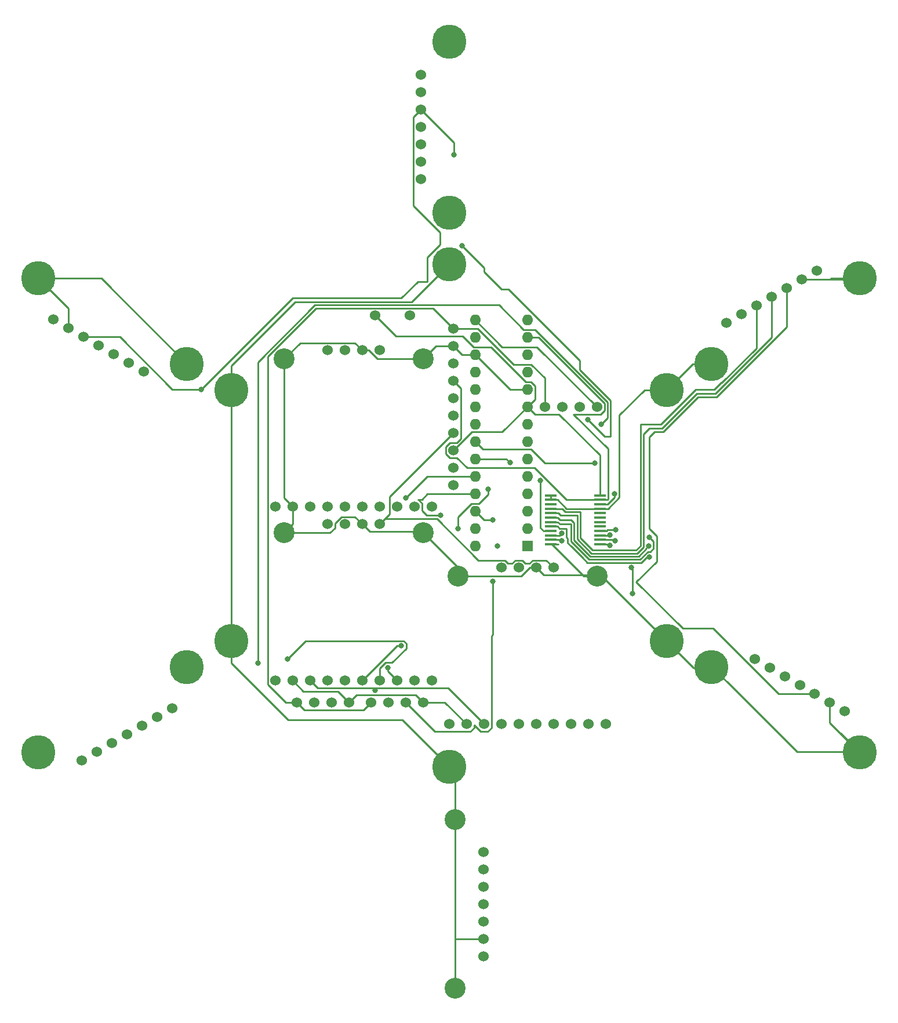
<source format=gbr>
%TF.GenerationSoftware,KiCad,Pcbnew,5.1.9+dfsg1-1+deb11u1*%
%TF.CreationDate,2024-06-24T23:38:04+02:00*%
%TF.ProjectId,pcb_onder,7063625f-6f6e-4646-9572-2e6b69636164,rev?*%
%TF.SameCoordinates,Original*%
%TF.FileFunction,Copper,L1,Top*%
%TF.FilePolarity,Positive*%
%FSLAX46Y46*%
G04 Gerber Fmt 4.6, Leading zero omitted, Abs format (unit mm)*
G04 Created by KiCad (PCBNEW 5.1.9+dfsg1-1+deb11u1) date 2024-06-24 23:38:04*
%MOMM*%
%LPD*%
G01*
G04 APERTURE LIST*
%TA.AperFunction,ComponentPad*%
%ADD10C,1.524000*%
%TD*%
%TA.AperFunction,ComponentPad*%
%ADD11C,5.000000*%
%TD*%
%TA.AperFunction,ComponentPad*%
%ADD12C,3.048000*%
%TD*%
%TA.AperFunction,ComponentPad*%
%ADD13O,1.600000X1.600000*%
%TD*%
%TA.AperFunction,ComponentPad*%
%ADD14R,1.600000X1.600000*%
%TD*%
%TA.AperFunction,SMDPad,CuDef*%
%ADD15R,1.750000X0.450000*%
%TD*%
%TA.AperFunction,ViaPad*%
%ADD16C,0.800000*%
%TD*%
%TA.AperFunction,Conductor*%
%ADD17C,0.250000*%
%TD*%
G04 APERTURE END LIST*
D10*
%TO.P,kleur_sensor_6,6*%
%TO.N,Net-(kleur_sensor_6-Pad6)*%
X172100439Y-130213501D03*
%TO.P,kleur_sensor_6,3*%
%TO.N,gnd*%
X169900734Y-128943501D03*
%TO.P,kleur_sensor_6,2*%
%TO.N,3.3v*%
X167701030Y-127673501D03*
%TO.P,kleur_sensor_6,1*%
%TO.N,Net-(i2c_multiplexer1-Pad16)*%
X165501325Y-126403501D03*
%TO.P,kleur_sensor_6,0*%
%TO.N,Net-(i2c_multiplexer1-Pad15)*%
X163301621Y-125133501D03*
%TO.P,kleur_sensor_6,5*%
%TO.N,Net-(kleur_sensor_6-Pad5)*%
X161101916Y-123863501D03*
%TO.P,kleur_sensor_6,4*%
%TO.N,Net-(kleur_sensor_6-Pad4)*%
X158902212Y-122593501D03*
D11*
%TO.P,kleur_sensor_6,7*%
%TO.N,gnd*%
X174272259Y-136224999D03*
X152621623Y-123724999D03*
%TD*%
D10*
%TO.P,kleur_sensor_1,6*%
%TO.N,Net-(kleur_sensor_1-Pad6)*%
X167980239Y-65850102D03*
%TO.P,kleur_sensor_1,3*%
%TO.N,gnd*%
X165780534Y-67120102D03*
%TO.P,kleur_sensor_1,2*%
%TO.N,3.3v*%
X163580830Y-68390102D03*
%TO.P,kleur_sensor_1,1*%
%TO.N,Net-(i2c_multiplexer1-Pad5)*%
X161381125Y-69660102D03*
%TO.P,kleur_sensor_1,0*%
%TO.N,Net-(i2c_multiplexer1-Pad4)*%
X159181421Y-70930102D03*
%TO.P,kleur_sensor_1,5*%
%TO.N,Net-(kleur_sensor_1-Pad5)*%
X156981716Y-72200102D03*
%TO.P,kleur_sensor_1,4*%
%TO.N,Net-(kleur_sensor_1-Pad4)*%
X154782012Y-73470102D03*
D11*
%TO.P,kleur_sensor_1,7*%
%TO.N,gnd*%
X174272259Y-66975000D03*
X152621623Y-79475000D03*
%TD*%
D10*
%TO.P,kleur_sensor_4,6*%
%TO.N,Net-(kleur_sensor_4-Pad6)*%
X60619761Y-137349897D03*
%TO.P,kleur_sensor_4,3*%
%TO.N,gnd*%
X62819466Y-136079897D03*
%TO.P,kleur_sensor_4,2*%
%TO.N,3.3v*%
X65019170Y-134809897D03*
%TO.P,kleur_sensor_4,1*%
%TO.N,Net-(i2c_multiplexer1-Pad11)*%
X67218875Y-133539897D03*
%TO.P,kleur_sensor_4,0*%
%TO.N,Net-(i2c_multiplexer1-Pad10)*%
X69418579Y-132269897D03*
%TO.P,kleur_sensor_4,5*%
%TO.N,Net-(kleur_sensor_4-Pad5)*%
X71618284Y-130999897D03*
%TO.P,kleur_sensor_4,4*%
%TO.N,Net-(kleur_sensor_4-Pad4)*%
X73817988Y-129729897D03*
D11*
%TO.P,kleur_sensor_4,7*%
%TO.N,gnd*%
X54327741Y-136224999D03*
X75978377Y-123724999D03*
%TD*%
D10*
%TO.P,kleur_sensor_2,6*%
%TO.N,Net-(kleur_sensor_2-Pad6)*%
X110179800Y-37236600D03*
%TO.P,kleur_sensor_2,3*%
%TO.N,gnd*%
X110179800Y-39776600D03*
%TO.P,kleur_sensor_2,2*%
%TO.N,3.3v*%
X110179800Y-42316600D03*
%TO.P,kleur_sensor_2,1*%
%TO.N,Net-(i2c_multiplexer1-Pad7)*%
X110179800Y-44856600D03*
%TO.P,kleur_sensor_2,0*%
%TO.N,Net-(i2c_multiplexer1-Pad6)*%
X110179800Y-47396600D03*
%TO.P,kleur_sensor_2,5*%
%TO.N,Net-(kleur_sensor_2-Pad5)*%
X110179800Y-49936600D03*
%TO.P,kleur_sensor_2,4*%
%TO.N,Net-(kleur_sensor_2-Pad4)*%
X110179800Y-52476600D03*
D11*
%TO.P,kleur_sensor_2,7*%
%TO.N,gnd*%
X114300000Y-32350000D03*
X114300000Y-57350000D03*
%TD*%
D10*
%TO.P,kleur_sensor_3,6*%
%TO.N,Net-(kleur_sensor_3-Pad6)*%
X56499561Y-72986498D03*
%TO.P,kleur_sensor_3,3*%
%TO.N,gnd*%
X58699266Y-74256498D03*
%TO.P,kleur_sensor_3,2*%
%TO.N,3.3v*%
X60898970Y-75526498D03*
%TO.P,kleur_sensor_3,1*%
%TO.N,Net-(i2c_multiplexer1-Pad9)*%
X63098675Y-76796498D03*
%TO.P,kleur_sensor_3,0*%
%TO.N,Net-(i2c_multiplexer1-Pad8)*%
X65298379Y-78066498D03*
%TO.P,kleur_sensor_3,5*%
%TO.N,Net-(kleur_sensor_3-Pad5)*%
X67498084Y-79336498D03*
%TO.P,kleur_sensor_3,4*%
%TO.N,Net-(kleur_sensor_3-Pad4)*%
X69697788Y-80606498D03*
D11*
%TO.P,kleur_sensor_3,7*%
%TO.N,gnd*%
X54327741Y-66975000D03*
X75978377Y-79475000D03*
%TD*%
%TO.P,U6,1*%
%TO.N,gnd*%
X114300000Y-138315000D03*
%TD*%
%TO.P,U5,1*%
%TO.N,gnd*%
X82503878Y-119957499D03*
%TD*%
%TO.P,U4,1*%
%TO.N,gnd*%
X82503878Y-83242500D03*
%TD*%
%TO.P,U3,1*%
%TO.N,gnd*%
X146096122Y-83242501D03*
%TD*%
%TO.P,U2,1*%
%TO.N,gnd*%
X114300000Y-64885000D03*
%TD*%
%TO.P,U1,1*%
%TO.N,gnd*%
X146096122Y-119957499D03*
%TD*%
D10*
%TO.P,i2c_res1,2*%
%TO.N,3.3v*%
X103505000Y-72390000D03*
%TO.P,i2c_res1,1*%
%TO.N,Net-(i2c_res1-Pad1)*%
X108585000Y-72390000D03*
%TD*%
D12*
%TO.P,kleur_sensor_5,7*%
%TO.N,gnd*%
X115200000Y-146050000D03*
X115200000Y-170650000D03*
D10*
%TO.P,kleur_sensor_5,4*%
%TO.N,Net-(kleur_sensor_5-Pad4)*%
X119309200Y-150723400D03*
%TO.P,kleur_sensor_5,5*%
%TO.N,Net-(kleur_sensor_5-Pad5)*%
X119309200Y-153263400D03*
%TO.P,kleur_sensor_5,0*%
%TO.N,Net-(i2c_multiplexer1-Pad13)*%
X119309200Y-155803400D03*
%TO.P,kleur_sensor_5,1*%
%TO.N,Net-(i2c_multiplexer1-Pad14)*%
X119309200Y-158343400D03*
%TO.P,kleur_sensor_5,2*%
%TO.N,3.3v*%
X119309200Y-160883400D03*
%TO.P,kleur_sensor_5,3*%
%TO.N,gnd*%
X119309200Y-163423400D03*
%TO.P,kleur_sensor_5,6*%
%TO.N,Net-(kleur_sensor_5-Pad6)*%
X119309200Y-165963400D03*
%TD*%
D13*
%TO.P,port_multiplexer_2,28*%
%TO.N,Net-(motor2-Pad3)*%
X118110000Y-106045000D03*
%TO.P,port_multiplexer_2,14*%
%TO.N,Net-(port_multiplexer_2-Pad14)*%
X125730000Y-73025000D03*
%TO.P,port_multiplexer_2,27*%
%TO.N,Net-(motor2-Pad2)*%
X118110000Y-103505000D03*
%TO.P,port_multiplexer_2,13*%
%TO.N,sda*%
X125730000Y-75565000D03*
%TO.P,port_multiplexer_2,26*%
%TO.N,Net-(motor1-Pad3)*%
X118110000Y-100965000D03*
%TO.P,port_multiplexer_2,12*%
%TO.N,scl*%
X125730000Y-78105000D03*
%TO.P,port_multiplexer_2,25*%
%TO.N,Net-(motor1-Pad2)*%
X118110000Y-98425000D03*
%TO.P,port_multiplexer_2,11*%
%TO.N,Net-(port_multiplexer_2-Pad11)*%
X125730000Y-80645000D03*
%TO.P,port_multiplexer_2,24*%
%TO.N,Net-(motor_driver3-Pad9)*%
X118110000Y-95885000D03*
%TO.P,port_multiplexer_2,10*%
%TO.N,gnd*%
X125730000Y-83185000D03*
%TO.P,port_multiplexer_2,23*%
%TO.N,Net-(motor_driver3-Pad10)*%
X118110000Y-93345000D03*
%TO.P,port_multiplexer_2,9*%
%TO.N,3.3v*%
X125730000Y-85725000D03*
%TO.P,port_multiplexer_2,22*%
%TO.N,Net-(motor_driver3-Pad11)*%
X118110000Y-90805000D03*
%TO.P,port_multiplexer_2,8*%
%TO.N,Net-(motor_driver2-Pad9)*%
X125730000Y-88265000D03*
%TO.P,port_multiplexer_2,21*%
%TO.N,Net-(motor_driver3-Pad12)*%
X118110000Y-88265000D03*
%TO.P,port_multiplexer_2,7*%
%TO.N,Net-(motor_driver2-Pad10)*%
X125730000Y-90805000D03*
%TO.P,port_multiplexer_2,20*%
%TO.N,Net-(port_multiplexer_2-Pad20)*%
X118110000Y-85725000D03*
%TO.P,port_multiplexer_2,6*%
%TO.N,Net-(motor_driver2-Pad11)*%
X125730000Y-93345000D03*
%TO.P,port_multiplexer_2,19*%
%TO.N,Net-(port_multiplexer_2-Pad19)*%
X118110000Y-83185000D03*
%TO.P,port_multiplexer_2,5*%
%TO.N,Net-(motor_driver2-Pad12)*%
X125730000Y-95885000D03*
%TO.P,port_multiplexer_2,18*%
%TO.N,Net-(port_multiplexer_2-Pad18)*%
X118110000Y-80645000D03*
%TO.P,port_multiplexer_2,4*%
%TO.N,Net-(motor_driver1-Pad9)*%
X125730000Y-98425000D03*
%TO.P,port_multiplexer_2,17*%
%TO.N,gnd*%
X118110000Y-78105000D03*
%TO.P,port_multiplexer_2,3*%
%TO.N,Net-(motor_driver1-Pad10)*%
X125730000Y-100965000D03*
%TO.P,port_multiplexer_2,16*%
%TO.N,Net-(i2c_res1-Pad1)*%
X118110000Y-75565000D03*
%TO.P,port_multiplexer_2,2*%
%TO.N,Net-(motor_driver1-Pad11)*%
X125730000Y-103505000D03*
%TO.P,port_multiplexer_2,15*%
%TO.N,gnd*%
X118110000Y-73025000D03*
D14*
%TO.P,port_multiplexer_2,1*%
%TO.N,Net-(motor_driver1-Pad12)*%
X125730000Y-106045000D03*
%TD*%
D12*
%TO.P,motor_driver3,15*%
%TO.N,gnd*%
X110490000Y-104140000D03*
X90170000Y-104140000D03*
D10*
%TO.P,motor_driver3,4*%
%TO.N,Net-(motor3-PadNC)*%
X96520000Y-102870000D03*
%TO.P,motor_driver3,3*%
X99060000Y-102870000D03*
%TO.P,motor_driver3,2*%
%TO.N,gnd*%
X101600000Y-102870000D03*
%TO.P,motor_driver3,1*%
%TO.N,12v*%
X104140000Y-102870000D03*
%TO.P,motor_driver3,14*%
%TO.N,Net-(motor_driver3-Pad14)*%
X111760000Y-125730000D03*
%TO.P,motor_driver3,12*%
%TO.N,Net-(motor_driver3-Pad12)*%
X106680000Y-125730000D03*
%TO.P,motor_driver3,13*%
%TO.N,Net-(motor_driver3-Pad13)*%
X109220000Y-125730000D03*
%TO.P,motor_driver3,11*%
%TO.N,Net-(motor_driver3-Pad11)*%
X104140000Y-125730000D03*
%TO.P,motor_driver3,10*%
%TO.N,Net-(motor_driver3-Pad10)*%
X101600000Y-125730000D03*
%TO.P,motor_driver3,9*%
%TO.N,Net-(motor_driver3-Pad9)*%
X99060000Y-125730000D03*
%TO.P,motor_driver3,8*%
%TO.N,Net-(motor_driver3-Pad8)*%
X96520000Y-125730000D03*
%TO.P,motor_driver3,7*%
%TO.N,3.3v*%
X93980000Y-125730000D03*
%TO.P,motor_driver3,6*%
%TO.N,gnd*%
X91440000Y-125730000D03*
%TO.P,motor_driver3,5*%
%TO.N,Net-(motor_driver3-Pad5)*%
X88900000Y-125730000D03*
%TD*%
D12*
%TO.P,motor_driver2,15*%
%TO.N,gnd*%
X110490000Y-78740000D03*
X90170000Y-78740000D03*
D10*
%TO.P,motor_driver2,4*%
%TO.N,Net-(motor2-PadNC)*%
X96520000Y-77470000D03*
%TO.P,motor_driver2,3*%
X99060000Y-77470000D03*
%TO.P,motor_driver2,2*%
%TO.N,gnd*%
X101600000Y-77470000D03*
%TO.P,motor_driver2,1*%
%TO.N,12v*%
X104140000Y-77470000D03*
%TO.P,motor_driver2,14*%
%TO.N,Net-(motor_driver2-Pad14)*%
X111760000Y-100330000D03*
%TO.P,motor_driver2,12*%
%TO.N,Net-(motor_driver2-Pad12)*%
X106680000Y-100330000D03*
%TO.P,motor_driver2,13*%
%TO.N,Net-(motor_driver2-Pad13)*%
X109220000Y-100330000D03*
%TO.P,motor_driver2,11*%
%TO.N,Net-(motor_driver2-Pad11)*%
X104140000Y-100330000D03*
%TO.P,motor_driver2,10*%
%TO.N,Net-(motor_driver2-Pad10)*%
X101600000Y-100330000D03*
%TO.P,motor_driver2,9*%
%TO.N,Net-(motor_driver2-Pad9)*%
X99060000Y-100330000D03*
%TO.P,motor_driver2,8*%
%TO.N,Net-(motor_driver2-Pad8)*%
X96520000Y-100330000D03*
%TO.P,motor_driver2,7*%
%TO.N,3.3v*%
X93980000Y-100330000D03*
%TO.P,motor_driver2,6*%
%TO.N,gnd*%
X91440000Y-100330000D03*
%TO.P,motor_driver2,5*%
%TO.N,Net-(motor_driver2-Pad5)*%
X88900000Y-100330000D03*
%TD*%
D12*
%TO.P,motor_driver1,15*%
%TO.N,gnd*%
X135890000Y-110490000D03*
X115570000Y-110490000D03*
D10*
%TO.P,motor_driver1,4*%
%TO.N,Net-(motor1-PadNC)*%
X121920000Y-109220000D03*
%TO.P,motor_driver1,3*%
X124460000Y-109220000D03*
%TO.P,motor_driver1,2*%
%TO.N,gnd*%
X127000000Y-109220000D03*
%TO.P,motor_driver1,1*%
%TO.N,12v*%
X129540000Y-109220000D03*
%TO.P,motor_driver1,14*%
%TO.N,Net-(motor_driver1-Pad14)*%
X137160000Y-132080000D03*
%TO.P,motor_driver1,12*%
%TO.N,Net-(motor_driver1-Pad12)*%
X132080000Y-132080000D03*
%TO.P,motor_driver1,13*%
%TO.N,Net-(motor_driver1-Pad13)*%
X134620000Y-132080000D03*
%TO.P,motor_driver1,11*%
%TO.N,Net-(motor_driver1-Pad11)*%
X129540000Y-132080000D03*
%TO.P,motor_driver1,10*%
%TO.N,Net-(motor_driver1-Pad10)*%
X127000000Y-132080000D03*
%TO.P,motor_driver1,9*%
%TO.N,Net-(motor_driver1-Pad9)*%
X124460000Y-132080000D03*
%TO.P,motor_driver1,8*%
%TO.N,Net-(motor_driver1-Pad8)*%
X121920000Y-132080000D03*
%TO.P,motor_driver1,7*%
%TO.N,3.3v*%
X119380000Y-132080000D03*
%TO.P,motor_driver1,6*%
%TO.N,gnd*%
X116840000Y-132080000D03*
%TO.P,motor_driver1,5*%
%TO.N,Net-(motor_driver1-Pad5)*%
X114300000Y-132080000D03*
%TD*%
%TO.P,motor3,4*%
%TO.N,gnd*%
X135890000Y-85725000D03*
%TO.P,motor3,3*%
%TO.N,B*%
X133350000Y-85725000D03*
%TO.P,motor3,2*%
%TO.N,A*%
X130810000Y-85725000D03*
%TO.P,motor3,1*%
%TO.N,5v*%
X128270000Y-85725000D03*
%TD*%
%TO.P,motor2,4*%
%TO.N,gnd*%
X99695000Y-128905000D03*
%TO.P,motor2,3*%
%TO.N,Net-(motor2-Pad3)*%
X97155000Y-128905000D03*
%TO.P,motor2,2*%
%TO.N,Net-(motor2-Pad2)*%
X94615000Y-128905000D03*
%TO.P,motor2,1*%
%TO.N,5v*%
X92075000Y-128905000D03*
%TD*%
%TO.P,motor1,4*%
%TO.N,gnd*%
X110490000Y-128905000D03*
%TO.P,motor1,3*%
%TO.N,Net-(motor1-Pad3)*%
X107950000Y-128905000D03*
%TO.P,motor1,2*%
%TO.N,Net-(motor1-Pad2)*%
X105410000Y-128905000D03*
%TO.P,motor1,1*%
%TO.N,5v*%
X102870000Y-128905000D03*
%TD*%
%TO.P,J1,2*%
%TO.N,gnd*%
X114935000Y-76835000D03*
%TO.P,J1,10*%
%TO.N,B*%
X114935000Y-97155000D03*
%TO.P,J1,9*%
%TO.N,A*%
X114935000Y-94615000D03*
%TO.P,J1,8*%
%TO.N,3.3v*%
X114935000Y-92075000D03*
%TO.P,J1,7*%
%TO.N,12v*%
X114935000Y-89535000D03*
%TO.P,J1,6*%
%TO.N,Net-(J1-Pad6)*%
X114935000Y-86995000D03*
%TO.P,J1,5*%
%TO.N,Net-(J1-Pad5)*%
X114935000Y-84455000D03*
%TO.P,J1,4*%
%TO.N,sda*%
X114935000Y-81915000D03*
%TO.P,J1,3*%
%TO.N,scl*%
X114935000Y-79375000D03*
%TO.P,J1,1*%
%TO.N,5v*%
X114935000Y-74295000D03*
%TD*%
D15*
%TO.P,i2c_multiplexer1,24*%
%TO.N,3.3v*%
X136315000Y-98660000D03*
%TO.P,i2c_multiplexer1,23*%
%TO.N,sda*%
X136315000Y-99310000D03*
%TO.P,i2c_multiplexer1,22*%
%TO.N,scl*%
X136315000Y-99960000D03*
%TO.P,i2c_multiplexer1,21*%
%TO.N,gnd*%
X136315000Y-100610000D03*
%TO.P,i2c_multiplexer1,20*%
%TO.N,Net-(i2c_multiplexer1-Pad20)*%
X136315000Y-101260000D03*
%TO.P,i2c_multiplexer1,19*%
%TO.N,Net-(i2c_multiplexer1-Pad19)*%
X136315000Y-101910000D03*
%TO.P,i2c_multiplexer1,18*%
%TO.N,Net-(i2c_multiplexer1-Pad18)*%
X136315000Y-102560000D03*
%TO.P,i2c_multiplexer1,17*%
%TO.N,Net-(i2c_multiplexer1-Pad17)*%
X136315000Y-103210000D03*
%TO.P,i2c_multiplexer1,16*%
%TO.N,Net-(i2c_multiplexer1-Pad16)*%
X136315000Y-103860000D03*
%TO.P,i2c_multiplexer1,15*%
%TO.N,Net-(i2c_multiplexer1-Pad15)*%
X136315000Y-104510000D03*
%TO.P,i2c_multiplexer1,14*%
%TO.N,Net-(i2c_multiplexer1-Pad14)*%
X136315000Y-105160000D03*
%TO.P,i2c_multiplexer1,13*%
%TO.N,Net-(i2c_multiplexer1-Pad13)*%
X136315000Y-105810000D03*
%TO.P,i2c_multiplexer1,12*%
%TO.N,gnd*%
X129115000Y-105810000D03*
%TO.P,i2c_multiplexer1,11*%
%TO.N,Net-(i2c_multiplexer1-Pad11)*%
X129115000Y-105160000D03*
%TO.P,i2c_multiplexer1,10*%
%TO.N,Net-(i2c_multiplexer1-Pad10)*%
X129115000Y-104510000D03*
%TO.P,i2c_multiplexer1,9*%
%TO.N,Net-(i2c_multiplexer1-Pad9)*%
X129115000Y-103860000D03*
%TO.P,i2c_multiplexer1,8*%
%TO.N,Net-(i2c_multiplexer1-Pad8)*%
X129115000Y-103210000D03*
%TO.P,i2c_multiplexer1,7*%
%TO.N,Net-(i2c_multiplexer1-Pad7)*%
X129115000Y-102560000D03*
%TO.P,i2c_multiplexer1,6*%
%TO.N,Net-(i2c_multiplexer1-Pad6)*%
X129115000Y-101910000D03*
%TO.P,i2c_multiplexer1,5*%
%TO.N,Net-(i2c_multiplexer1-Pad5)*%
X129115000Y-101260000D03*
%TO.P,i2c_multiplexer1,4*%
%TO.N,Net-(i2c_multiplexer1-Pad4)*%
X129115000Y-100610000D03*
%TO.P,i2c_multiplexer1,3*%
%TO.N,Net-(i2c_multiplexer1-Pad3)*%
X129115000Y-99960000D03*
%TO.P,i2c_multiplexer1,2*%
%TO.N,gnd*%
X129115000Y-99310000D03*
%TO.P,i2c_multiplexer1,1*%
X129115000Y-98660000D03*
%TD*%
D16*
%TO.N,scl*%
X138430000Y-98425000D03*
%TO.N,Net-(motor1-Pad3)*%
X120650000Y-111215000D03*
X120650000Y-102235000D03*
%TO.N,Net-(motor1-Pad2)*%
X113030000Y-101600000D03*
%TO.N,Net-(motor2-Pad3)*%
X121375000Y-106045000D03*
%TO.N,Net-(motor_driver3-Pad12)*%
X105320000Y-123825000D03*
%TO.N,Net-(motor_driver3-Pad11)*%
X135590000Y-93980000D03*
X136525000Y-88265000D03*
X86360000Y-123190000D03*
X90715000Y-122555000D03*
%TO.N,Net-(motor_driver3-Pad10)*%
X123190000Y-93890000D03*
X120015000Y-97790000D03*
X115570000Y-103505000D03*
X107315000Y-120650000D03*
%TO.N,Net-(motor_driver3-Pad9)*%
X107950000Y-99060000D03*
%TO.N,3.3v*%
X103505000Y-127092999D03*
X78105000Y-83185000D03*
X115025000Y-48895000D03*
%TO.N,Net-(i2c_multiplexer1-Pad16)*%
X138592807Y-103710000D03*
%TO.N,Net-(i2c_multiplexer1-Pad15)*%
X137747257Y-104435000D03*
X141060000Y-113030000D03*
X140880000Y-109220000D03*
%TO.N,Net-(i2c_multiplexer1-Pad14)*%
X138553836Y-105303716D03*
%TO.N,Net-(i2c_multiplexer1-Pad13)*%
X137795000Y-105955000D03*
%TO.N,Net-(i2c_multiplexer1-Pad11)*%
X130781274Y-105316580D03*
%TO.N,Net-(i2c_multiplexer1-Pad10)*%
X130720000Y-104230000D03*
%TO.N,Net-(i2c_multiplexer1-Pad9)*%
X127634848Y-96520152D03*
X116205000Y-62230000D03*
X134530000Y-87630000D03*
%TO.N,Net-(i2c_multiplexer1-Pad8)*%
X143566952Y-107652582D03*
%TO.N,Net-(i2c_multiplexer1-Pad7)*%
X143510000Y-104775000D03*
%TO.N,Net-(i2c_multiplexer1-Pad6)*%
X143415010Y-106045002D03*
%TD*%
D17*
%TO.N,gnd*%
X127144999Y-76979999D02*
X135890000Y-85725000D01*
X122064999Y-76979999D02*
X127144999Y-76979999D01*
X118110000Y-73025000D02*
X122064999Y-76979999D01*
X123190000Y-83185000D02*
X118110000Y-78105000D01*
X125730000Y-83185000D02*
X123190000Y-83185000D01*
X116205000Y-78105000D02*
X114935000Y-76835000D01*
X118110000Y-78105000D02*
X116205000Y-78105000D01*
X112395000Y-76835000D02*
X110490000Y-78740000D01*
X114935000Y-76835000D02*
X112395000Y-76835000D01*
X102531238Y-77470000D02*
X101600000Y-77470000D01*
X103801238Y-78740000D02*
X102531238Y-77470000D01*
X110490000Y-78740000D02*
X103801238Y-78740000D01*
X92527001Y-76382999D02*
X90170000Y-78740000D01*
X100512999Y-76382999D02*
X92527001Y-76382999D01*
X101600000Y-77470000D02*
X100512999Y-76382999D01*
X90170000Y-99060000D02*
X91440000Y-100330000D01*
X90170000Y-78740000D02*
X90170000Y-99060000D01*
X91440000Y-102870000D02*
X90170000Y-104140000D01*
X91440000Y-100330000D02*
X91440000Y-102870000D01*
X100512999Y-101782999D02*
X101600000Y-102870000D01*
X98538239Y-101782999D02*
X100512999Y-101782999D01*
X97607001Y-102714237D02*
X98538239Y-101782999D01*
X97607001Y-103391761D02*
X97607001Y-102714237D01*
X96858762Y-104140000D02*
X97607001Y-103391761D01*
X90170000Y-104140000D02*
X96858762Y-104140000D01*
X110307001Y-103957001D02*
X110490000Y-104140000D01*
X102687001Y-103957001D02*
X110307001Y-103957001D01*
X101600000Y-102870000D02*
X102687001Y-103957001D01*
X115570000Y-109220000D02*
X115570000Y-110490000D01*
X110490000Y-104140000D02*
X115570000Y-109220000D01*
X126068762Y-109220000D02*
X127000000Y-109220000D01*
X124798762Y-110490000D02*
X126068762Y-109220000D01*
X115570000Y-110490000D02*
X124798762Y-110490000D01*
X135707001Y-110307001D02*
X135890000Y-110490000D01*
X128087001Y-110307001D02*
X135707001Y-110307001D01*
X127000000Y-109220000D02*
X128087001Y-110307001D01*
X131450002Y-100610000D02*
X130150002Y-99310000D01*
X130150002Y-99310000D02*
X129115000Y-99310000D01*
X129115000Y-99310000D02*
X129115000Y-98660000D01*
X129115000Y-105810000D02*
X130240000Y-105810000D01*
X132360000Y-100610000D02*
X131450002Y-100610000D01*
X136315000Y-100610000D02*
X132360000Y-100610000D01*
X109402999Y-127817999D02*
X110490000Y-128905000D01*
X100782001Y-127817999D02*
X109402999Y-127817999D01*
X99695000Y-128905000D02*
X100782001Y-127817999D01*
X113665000Y-128905000D02*
X116840000Y-132080000D01*
X110490000Y-128905000D02*
X113665000Y-128905000D01*
X92977011Y-127267011D02*
X91440000Y-125730000D01*
X98057011Y-127267011D02*
X92977011Y-127267011D01*
X99695000Y-128905000D02*
X98057011Y-127267011D01*
X115200000Y-170650000D02*
X115200000Y-146050000D01*
%TO.N,3.3v*%
X126855001Y-84599999D02*
X125730000Y-85725000D01*
X126855001Y-82644999D02*
X126855001Y-84599999D01*
X126270001Y-82059999D02*
X126855001Y-82644999D01*
X125479997Y-82059999D02*
X126270001Y-82059999D01*
X120399997Y-76979999D02*
X125479997Y-82059999D01*
X117859997Y-76979999D02*
X120399997Y-76979999D01*
X116261999Y-75382001D02*
X117859997Y-76979999D01*
X106497001Y-75382001D02*
X116261999Y-75382001D01*
X103505000Y-72390000D02*
X106497001Y-75382001D01*
X117619999Y-89390001D02*
X114935000Y-92075000D01*
X122064999Y-89390001D02*
X117619999Y-89390001D01*
X125730000Y-85725000D02*
X122064999Y-89390001D01*
X126817001Y-86812001D02*
X125730000Y-85725000D01*
X130331135Y-86812001D02*
X126817001Y-86812001D01*
X136315000Y-92795866D02*
X130331135Y-86812001D01*
X136315000Y-98660000D02*
X136315000Y-92795866D01*
X95067001Y-126817001D02*
X93980000Y-125730000D01*
X119380000Y-132080000D02*
X114117001Y-126817001D01*
%TO.N,5v*%
X126270001Y-79519999D02*
X128270000Y-81519998D01*
X123730001Y-79519999D02*
X126270001Y-79519999D01*
X128270000Y-81519998D02*
X128270000Y-85725000D01*
X118505002Y-74295000D02*
X123730001Y-79519999D01*
X114935000Y-74295000D02*
X118505002Y-74295000D01*
X101782999Y-129992001D02*
X93162001Y-129992001D01*
X93162001Y-129992001D02*
X92075000Y-128905000D01*
X102870000Y-128905000D02*
X101782999Y-129992001D01*
X87812999Y-78360479D02*
X87812999Y-126251761D01*
X90466238Y-128905000D02*
X92075000Y-128905000D01*
X94870479Y-71302999D02*
X87812999Y-78360479D01*
X87812999Y-126251761D02*
X90466238Y-128905000D01*
X111942999Y-71302999D02*
X94870479Y-71302999D01*
X114935000Y-74295000D02*
X111942999Y-71302999D01*
%TO.N,sda*%
X127338762Y-75565000D02*
X125730000Y-75565000D01*
X136977001Y-86246761D02*
X136977001Y-85203239D01*
X136977001Y-85203239D02*
X127338762Y-75565000D01*
X136411761Y-86812001D02*
X136977001Y-86246761D01*
X132462241Y-86812001D02*
X136411761Y-86812001D01*
X137515001Y-91864761D02*
X132462241Y-86812001D01*
X137440000Y-99310000D02*
X137515001Y-99234999D01*
X137515001Y-99234999D02*
X137515001Y-91864761D01*
X136315000Y-99310000D02*
X137440000Y-99310000D01*
X116022001Y-83002001D02*
X114935000Y-81915000D01*
X116022001Y-90351589D02*
X116022001Y-83002001D01*
X115385591Y-90987999D02*
X116022001Y-90351589D01*
X113847999Y-92596761D02*
X113847999Y-91553239D01*
X114413239Y-93162001D02*
X113847999Y-92596761D01*
X115456761Y-93162001D02*
X114413239Y-93162001D01*
X113847999Y-91553239D02*
X114413239Y-90987999D01*
X126755002Y-94615000D02*
X116909760Y-94615000D01*
X131450002Y-99310000D02*
X126755002Y-94615000D01*
X114413239Y-90987999D02*
X115385591Y-90987999D01*
X116909760Y-94615000D02*
X115456761Y-93162001D01*
X136315000Y-99310000D02*
X131450002Y-99310000D01*
%TO.N,scl*%
X138430000Y-98970000D02*
X138430000Y-98425000D01*
X137440000Y-99960000D02*
X138430000Y-98970000D01*
X136315000Y-99960000D02*
X137440000Y-99960000D01*
%TO.N,Net-(motor1-Pad3)*%
X120467001Y-132601761D02*
X120467001Y-119197001D01*
X119901761Y-133167001D02*
X120467001Y-132601761D01*
X118858239Y-133167001D02*
X119901761Y-133167001D01*
X117927001Y-132235763D02*
X118858239Y-133167001D01*
X117927001Y-132601761D02*
X117927001Y-132235763D01*
X117361761Y-133167001D02*
X117927001Y-132601761D01*
X112212001Y-133167001D02*
X117361761Y-133167001D01*
X107950000Y-128905000D02*
X112212001Y-133167001D01*
X120650000Y-119014002D02*
X120650000Y-111215000D01*
X120467001Y-119197001D02*
X120650000Y-119014002D01*
X119380000Y-102235000D02*
X118110000Y-100965000D01*
X120650000Y-102235000D02*
X119380000Y-102235000D01*
%TO.N,Net-(motor1-Pad2)*%
X118110000Y-98425000D02*
X111125000Y-98425000D01*
X111055240Y-101600000D02*
X113030000Y-101600000D01*
X110307001Y-99808239D02*
X110307001Y-100851761D01*
X109741761Y-99242999D02*
X110307001Y-99808239D01*
X110307001Y-99242999D02*
X109741761Y-99242999D01*
X110307001Y-100851761D02*
X111055240Y-101600000D01*
X111125000Y-98425000D02*
X110307001Y-99242999D01*
%TO.N,Net-(motor_driver3-Pad12)*%
X105320000Y-124370000D02*
X106680000Y-125730000D01*
X105320000Y-123825000D02*
X105320000Y-124370000D01*
%TO.N,Net-(motor_driver3-Pad11)*%
X128320000Y-93980000D02*
X135590000Y-93980000D01*
X126270001Y-91930001D02*
X128320000Y-93980000D01*
X119235001Y-91930001D02*
X126270001Y-91930001D01*
X118110000Y-90805000D02*
X119235001Y-91930001D01*
X86360000Y-79177068D02*
X86360000Y-123190000D01*
X94684078Y-70852990D02*
X86360000Y-79177068D01*
X125189999Y-74439999D02*
X121602990Y-70852990D01*
X126850171Y-74439999D02*
X125189999Y-74439999D01*
X137427010Y-85016838D02*
X126850171Y-74439999D01*
X121602990Y-70852990D02*
X94684078Y-70852990D01*
X137427010Y-87362990D02*
X137427010Y-85016838D01*
X104140000Y-123931998D02*
X104140000Y-125730000D01*
X104971999Y-123099999D02*
X104140000Y-123931998D01*
X105938003Y-123099999D02*
X104971999Y-123099999D01*
X108040001Y-120998001D02*
X105938003Y-123099999D01*
X108040001Y-120301999D02*
X108040001Y-120998001D01*
X107663001Y-119924999D02*
X108040001Y-120301999D01*
X93345001Y-119924999D02*
X107663001Y-119924999D01*
X90715000Y-122555000D02*
X93345001Y-119924999D01*
%TO.N,Net-(motor_driver3-Pad10)*%
X122645000Y-93345000D02*
X123190000Y-93890000D01*
X118110000Y-93345000D02*
X122645000Y-93345000D01*
X115570000Y-101839998D02*
X115570000Y-103505000D01*
X117569999Y-99839999D02*
X115570000Y-101839998D01*
X118650001Y-99839999D02*
X117569999Y-99839999D01*
X120015000Y-98475000D02*
X118650001Y-99839999D01*
X120015000Y-97790000D02*
X120015000Y-98475000D01*
X106680000Y-120650000D02*
X101600000Y-125730000D01*
X107315000Y-120650000D02*
X106680000Y-120650000D01*
%TO.N,Net-(motor_driver3-Pad9)*%
X107950000Y-99060000D02*
X111125000Y-95885000D01*
X111125000Y-95885000D02*
X118110000Y-95885000D01*
%TO.N,12v*%
X105592999Y-98877001D02*
X114935000Y-89535000D01*
X105592999Y-101417001D02*
X105592999Y-98877001D01*
X104140000Y-102870000D02*
X105592999Y-101417001D01*
X125433762Y-108585000D02*
X126026238Y-108585000D01*
X128452999Y-108132999D02*
X129540000Y-109220000D01*
X123938239Y-108132999D02*
X124981761Y-108132999D01*
X123486238Y-108585000D02*
X123938239Y-108132999D01*
X122893762Y-108585000D02*
X123486238Y-108585000D01*
X124981761Y-108132999D02*
X125433762Y-108585000D01*
X122441761Y-108132999D02*
X122893762Y-108585000D01*
X126478239Y-108132999D02*
X128452999Y-108132999D01*
X126026238Y-108585000D02*
X126478239Y-108132999D01*
X118532997Y-108132999D02*
X122441761Y-108132999D01*
X104901999Y-102108001D02*
X112507999Y-102108001D01*
X112507999Y-102108001D02*
X118532997Y-108132999D01*
X104140000Y-102870000D02*
X104901999Y-102108001D01*
%TO.N,gnd*%
X137426410Y-100610000D02*
X136315000Y-100610000D01*
X165835162Y-67065474D02*
X165780534Y-67120102D01*
X152800329Y-123815473D02*
X149948606Y-123815473D01*
X136623133Y-110490000D02*
X135890000Y-110490000D01*
X115200000Y-170650000D02*
X115200000Y-163565000D01*
X115341600Y-163423400D02*
X119309200Y-163423400D01*
X115200000Y-163565000D02*
X115341600Y-163423400D01*
X115200000Y-139200000D02*
X114300000Y-138300000D01*
X80909594Y-119949999D02*
X82516868Y-119949999D01*
X82516868Y-123156868D02*
X90805000Y-131445000D01*
X149948606Y-123809983D02*
X146096122Y-119957499D01*
X149948606Y-123815473D02*
X149948606Y-123809983D01*
X136628623Y-110490000D02*
X135890000Y-110490000D01*
X146096122Y-119957499D02*
X136628623Y-110490000D01*
X107430000Y-131445000D02*
X114300000Y-138315000D01*
X107315000Y-131445000D02*
X107430000Y-131445000D01*
X90805000Y-131445000D02*
X107315000Y-131445000D01*
X107315000Y-131445000D02*
X107445000Y-131445000D01*
X115200000Y-139215000D02*
X114300000Y-138315000D01*
X115200000Y-146050000D02*
X115200000Y-139215000D01*
X82516868Y-119970489D02*
X82503878Y-119957499D01*
X82516868Y-123156868D02*
X82516868Y-119970489D01*
X82496378Y-83250000D02*
X82503878Y-83242500D01*
X91828355Y-70402980D02*
X108797020Y-70402980D01*
X82503878Y-79727457D02*
X91828355Y-70402980D01*
X82503878Y-83242500D02*
X82503878Y-119957499D01*
X108797020Y-70387980D02*
X114300000Y-64885000D01*
X108797020Y-70402980D02*
X108797020Y-70387980D01*
X129115000Y-105810000D02*
X129305000Y-105810000D01*
X133985000Y-110490000D02*
X135890000Y-110490000D01*
X129305000Y-105810000D02*
X133985000Y-110490000D01*
X136315000Y-100610000D02*
X137515000Y-100610000D01*
X139155001Y-98969999D02*
X139155001Y-86904999D01*
X137515000Y-100610000D02*
X139155001Y-98969999D01*
X142817499Y-83242501D02*
X146096122Y-83242501D01*
X139155001Y-86904999D02*
X142817499Y-83242501D01*
X63478377Y-66975000D02*
X54327741Y-66975000D01*
X75978377Y-79475000D02*
X63478377Y-66975000D01*
X58699266Y-71346525D02*
X54327741Y-66975000D01*
X58699266Y-74256498D02*
X58699266Y-71346525D01*
X82503878Y-79727457D02*
X82503878Y-83242500D01*
X149863623Y-79475000D02*
X152621623Y-79475000D01*
X146096122Y-83242501D02*
X149863623Y-79475000D01*
X170025948Y-66975000D02*
X169935474Y-67065474D01*
X169935474Y-67065474D02*
X165835162Y-67065474D01*
X174272259Y-66975000D02*
X170025948Y-66975000D01*
X174093553Y-67065474D02*
X169935474Y-67065474D01*
X152531149Y-123815473D02*
X152621623Y-123724999D01*
X149948606Y-123815473D02*
X152531149Y-123815473D01*
X152709855Y-123724999D02*
X155144928Y-126160072D01*
X152621623Y-123724999D02*
X152709855Y-123724999D01*
X155144928Y-126160072D02*
X165100329Y-136115473D01*
X152800329Y-123815473D02*
X155144928Y-126160072D01*
X174162733Y-136115473D02*
X174272259Y-136224999D01*
X171224527Y-136115473D02*
X174162733Y-136115473D01*
X165100329Y-136115473D02*
X171224527Y-136115473D01*
X171224527Y-136115473D02*
X174104553Y-136115473D01*
X171452720Y-133405460D02*
X171394540Y-133405460D01*
X174272259Y-136224999D02*
X171452720Y-133405460D01*
X171394540Y-133405460D02*
X174104553Y-136115473D01*
X169900734Y-131911654D02*
X171394540Y-133405460D01*
X169900734Y-130530734D02*
X169900734Y-128943501D01*
X169900734Y-130530734D02*
X169900734Y-131911654D01*
%TO.N,3.3v*%
X109092799Y-43403601D02*
X109092799Y-56387799D01*
X110179800Y-42316600D02*
X109092799Y-43403601D01*
X112943999Y-60238999D02*
X112943999Y-62059999D01*
X109092799Y-56387799D02*
X112943999Y-60238999D01*
X111125000Y-63878998D02*
X111125000Y-67423590D01*
X112943999Y-62059999D02*
X111125000Y-63878998D01*
X111125000Y-67423590D02*
X109741410Y-67423590D01*
X109741410Y-67423590D02*
X107315000Y-69850000D01*
X107315000Y-69850000D02*
X91440000Y-69850000D01*
X91440000Y-69850000D02*
X78105000Y-83185000D01*
X66226550Y-75526498D02*
X60898970Y-75526498D01*
X73885052Y-83185000D02*
X66226550Y-75526498D01*
X78105000Y-83185000D02*
X73885052Y-83185000D01*
X103229002Y-126817001D02*
X103052999Y-126817001D01*
X103052999Y-126817001D02*
X95067001Y-126817001D01*
X103505000Y-127092999D02*
X103229002Y-126817001D01*
X114117001Y-126817001D02*
X103052999Y-126817001D01*
X115025000Y-47161800D02*
X110179800Y-42316600D01*
X115025000Y-48895000D02*
X115025000Y-47161800D01*
X162373450Y-127673501D02*
X152809949Y-118110000D01*
X152809949Y-118110000D02*
X148429625Y-118110000D01*
X167701030Y-127673501D02*
X162373450Y-127673501D01*
X148429625Y-118110000D02*
X141605000Y-111285375D01*
X144590018Y-104585018D02*
X143510000Y-103505000D01*
X144590022Y-108300352D02*
X144590018Y-104585018D01*
X141605000Y-111285375D02*
X144590022Y-108300352D01*
X143510000Y-103505000D02*
X143510000Y-90170000D01*
X144329990Y-89350010D02*
X145601401Y-89350009D01*
X143510000Y-90170000D02*
X144329990Y-89350010D01*
X163580830Y-74027795D02*
X163580830Y-68390102D01*
X153338616Y-84270009D02*
X163580830Y-74027795D01*
X150681400Y-84270010D02*
X153338616Y-84270009D01*
X145601401Y-89350009D02*
X150681400Y-84270010D01*
%TO.N,Net-(i2c_multiplexer1-Pad16)*%
X137399255Y-103710000D02*
X138592807Y-103710000D01*
X137249255Y-103860000D02*
X137399255Y-103710000D01*
X136315000Y-103860000D02*
X137249255Y-103860000D01*
%TO.N,Net-(i2c_multiplexer1-Pad15)*%
X137672257Y-104510000D02*
X137747257Y-104435000D01*
X136315000Y-104510000D02*
X137672257Y-104510000D01*
X141060000Y-109400000D02*
X140880000Y-109220000D01*
X141060000Y-113030000D02*
X141060000Y-109400000D01*
%TO.N,Net-(i2c_multiplexer1-Pad14)*%
X138410120Y-105160000D02*
X138553836Y-105303716D01*
X136315000Y-105160000D02*
X138410120Y-105160000D01*
%TO.N,Net-(i2c_multiplexer1-Pad13)*%
X137650000Y-105810000D02*
X137795000Y-105955000D01*
X136315000Y-105810000D02*
X137650000Y-105810000D01*
%TO.N,Net-(i2c_multiplexer1-Pad11)*%
X129115000Y-105160000D02*
X130240000Y-105160000D01*
X130624694Y-105160000D02*
X130781274Y-105316580D01*
X130240000Y-105160000D02*
X130624694Y-105160000D01*
%TO.N,Net-(i2c_multiplexer1-Pad10)*%
X130440000Y-104510000D02*
X130720000Y-104230000D01*
X129115000Y-104510000D02*
X130440000Y-104510000D01*
%TO.N,Net-(i2c_multiplexer1-Pad9)*%
X128079998Y-103860000D02*
X127635000Y-103415002D01*
X129115000Y-103860000D02*
X128079998Y-103860000D01*
X127635000Y-103415002D02*
X127635000Y-97790000D01*
X127635000Y-96520304D02*
X127634848Y-96520152D01*
X127635000Y-97790000D02*
X127635000Y-96520304D01*
X116205000Y-62230000D02*
X119380000Y-65405000D01*
X119380000Y-65405000D02*
X119380000Y-66040000D01*
X119380000Y-66040000D02*
X121920000Y-68580000D01*
X133350000Y-78979998D02*
X133350000Y-80303418D01*
X122950002Y-68580000D02*
X133350000Y-78979998D01*
X121920000Y-68580000D02*
X122950002Y-68580000D01*
X137877020Y-84830438D02*
X137877020Y-90087980D01*
X133350000Y-80303418D02*
X137877020Y-84830438D01*
X136987980Y-90087980D02*
X134530000Y-87630000D01*
X137877020Y-90087980D02*
X136987980Y-90087980D01*
%TO.N,Net-(i2c_multiplexer1-Pad8)*%
X130150002Y-103210000D02*
X130445002Y-103505000D01*
X129115000Y-103210000D02*
X130150002Y-103210000D01*
X130445002Y-103505000D02*
X131445000Y-103505000D01*
X131445000Y-103505000D02*
X131445000Y-104775000D01*
X131629285Y-104959285D02*
X131629285Y-105599924D01*
X131445000Y-104775000D02*
X131629285Y-104959285D01*
X131629285Y-105599924D02*
X132080000Y-106050639D01*
X132715000Y-106685639D02*
X133796488Y-107767123D01*
X132080000Y-106050639D02*
X132715000Y-106685639D01*
X134509401Y-108480037D02*
X137055037Y-108480037D01*
X133796488Y-107767123D02*
X134509401Y-108480037D01*
X137055037Y-108480037D02*
X142350603Y-108480036D01*
X142350603Y-108480036D02*
X143510000Y-107320639D01*
X143510000Y-107595630D02*
X143566952Y-107652582D01*
X143510000Y-107320639D02*
X143510000Y-107595630D01*
%TO.N,Net-(i2c_multiplexer1-Pad7)*%
X132079295Y-105413524D02*
X132079295Y-102870705D01*
X130150002Y-102560000D02*
X129115000Y-102560000D01*
X130460707Y-102870705D02*
X130150002Y-102560000D01*
X134695801Y-108030027D02*
X132079295Y-105413524D01*
X142164202Y-108030027D02*
X134695801Y-108030027D01*
X143323599Y-106870630D02*
X142164202Y-108030027D01*
X143696401Y-106870630D02*
X143323599Y-106870630D01*
X144140011Y-106427020D02*
X143696401Y-106870630D01*
X144140011Y-105405011D02*
X144140011Y-106427020D01*
X132079295Y-102870705D02*
X130460707Y-102870705D01*
X143510000Y-104775000D02*
X144140011Y-105405011D01*
%TO.N,Net-(i2c_multiplexer1-Pad6)*%
X130150002Y-101910000D02*
X130475002Y-102235000D01*
X129115000Y-101910000D02*
X130150002Y-101910000D01*
X130475002Y-102235000D02*
X130810000Y-102235000D01*
X132544990Y-102699990D02*
X132544991Y-105242811D01*
X132080000Y-102235000D02*
X132544990Y-102699990D01*
X130810000Y-102235000D02*
X132080000Y-102235000D01*
X132544991Y-105242811D02*
X134882200Y-107580018D01*
X141977801Y-107580019D02*
X143140018Y-106417800D01*
X134882200Y-107580018D02*
X141977801Y-107580019D01*
X143140018Y-106319994D02*
X143415010Y-106045002D01*
X143140018Y-106417800D02*
X143140018Y-106319994D01*
%TO.N,Net-(i2c_multiplexer1-Pad5)*%
X161381125Y-69660102D02*
X161381125Y-75591090D01*
X161381125Y-75591090D02*
X153152215Y-83820000D01*
X153152215Y-83820000D02*
X150495000Y-83820000D01*
X150495000Y-83820000D02*
X145415000Y-88900000D01*
X145415000Y-88900000D02*
X143510000Y-88900000D01*
X135068599Y-107130009D02*
X132995000Y-105056410D01*
X141791400Y-107130010D02*
X135068599Y-107130009D01*
X142690009Y-106231401D02*
X141791400Y-107130010D01*
X142690010Y-89719990D02*
X142690009Y-106231401D01*
X143510000Y-88900000D02*
X142690010Y-89719990D01*
X132995000Y-105056410D02*
X132995000Y-101600000D01*
X130240000Y-101260000D02*
X129115000Y-101260000D01*
X130580000Y-101600000D02*
X130240000Y-101260000D01*
X132995000Y-101600000D02*
X130580000Y-101600000D01*
%TO.N,Net-(i2c_multiplexer1-Pad4)*%
X154145330Y-82190475D02*
X159181421Y-77154384D01*
X129115000Y-100610000D02*
X130813592Y-100610000D01*
X130813592Y-100610000D02*
X131263602Y-101060010D01*
X142240000Y-106045000D02*
X142240000Y-88265000D01*
X154029525Y-82190475D02*
X154145330Y-82190475D01*
X131263602Y-101060010D02*
X133445010Y-101060010D01*
X133445010Y-101060010D02*
X133445010Y-104870010D01*
X159181421Y-77154384D02*
X159181421Y-70930102D01*
X133445010Y-104870010D02*
X135255000Y-106680000D01*
X135255000Y-106680000D02*
X141605000Y-106680000D01*
X142240000Y-88265000D02*
X145254625Y-88265000D01*
X150334625Y-83185000D02*
X153035000Y-83185000D01*
X141605000Y-106680000D02*
X142240000Y-106045000D01*
X145254625Y-88265000D02*
X150334625Y-83185000D01*
X153035000Y-83185000D02*
X154029525Y-82190475D01*
%TO.N,Net-(motor_driver3-Pad11)*%
X137427010Y-87362990D02*
X136525000Y-88265000D01*
%TD*%
M02*

</source>
